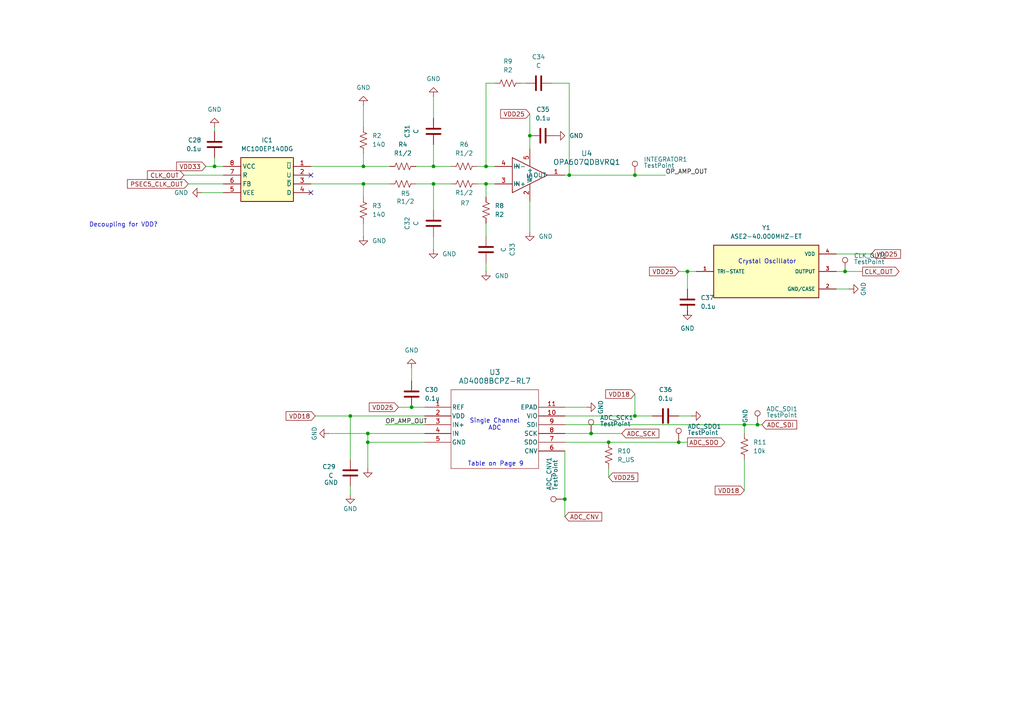
<source format=kicad_sch>
(kicad_sch (version 20231120) (generator "eeschema") (generator_version "8.0")
  (paper "A4")
  (lib_symbols
    (symbol "2024-09-19_16-57-49:OPA607QDBVRQ1" (pin_names (offset 0.254))
      (property "Reference" "U6" (at 26.67 3.7786 0))
      (property "Value" "OPA607QDBVRQ1" (at 26.67 1.2386 0))
      (symbol "OPA607QDBVRQ1_0_1"
        (polyline (pts (xy 5.08 -7.62) (xy 5.08 2.54)) (stroke (width 0.2032)))
        (polyline (pts (xy 5.08 -7.62) (xy 15.24 -2.54)) (stroke (width 0.2032)))
        (polyline (pts (xy 5.08 2.54) (xy 15.24 -2.54)) (stroke (width 0.2032)))
        (polyline (pts (xy 5.842 -5.08) (xy 6.858 -5.08)) (stroke (width 0.2032)))
        (polyline (pts (xy 5.842 0) (xy 6.858 0)) (stroke (width 0.2032)))
        (polyline (pts (xy 6.35 -4.572) (xy 6.35 -5.588)) (stroke (width 0.2032)))
        (pin unspecified line (at 20.32 -2.54 180) (length 5.08) (name "OUT") (number "1"))
        (pin power_in line (at 10.16 -10.16 90) (length 5.08) (name "VS-") (number "2"))
        (pin input line (at 0 -5.08 0) (length 5.08) (name "IN+") (number "3"))
        (pin tri_state line (at 0 0 0) (length 5.08) (name "IN-") (number "4"))
        (pin input line (at 10.16 5.08 270) (length 5.08) (name "VS+") (number "5"))
      )
    )
    (symbol "2024-10-12_17-30-36:AD4008BCPZ-RL7" (pin_names (offset 0.254))
      (property "Reference" "U7" (at 20.32 10.16 0))
      (property "Value" "AD4008BCPZ-RL7" (at 20.32 7.62 0))
      (symbol "AD4008BCPZ-RL7_0_1"
        (polyline (pts (xy 7.62 -17.78) (xy 33.02 -17.78)) (stroke (width 0.127)))
        (polyline (pts (xy 7.62 5.08) (xy 7.62 -17.78)) (stroke (width 0.127)))
        (polyline (pts (xy 33.02 -17.78) (xy 33.02 5.08)) (stroke (width 0.127)))
        (polyline (pts (xy 33.02 5.08) (xy 7.62 5.08)) (stroke (width 0.127)))
        (pin unspecified line (at 0 0 0) (length 7.62) (name "REF") (number "1"))
        (pin unspecified line (at 40.64 -2.54 180) (length 7.62) (name "VIO") (number "10"))
        (pin unspecified line (at 40.64 0 180) (length 7.62) (name "EPAD") (number "11"))
        (pin input line (at 0 -2.54 0) (length 7.62) (name "VDD") (number "2"))
        (pin input line (at 0 -5.08 0) (length 7.62) (name "IN+") (number "3"))
        (pin unspecified line (at 0 -7.62 0) (length 7.62) (name "IN") (number "4"))
        (pin power_out line (at 0 -10.16 0) (length 7.62) (name "GND") (number "5"))
        (pin unspecified line (at 40.64 -12.7 180) (length 7.62) (name "CNV") (number "6"))
        (pin unspecified line (at 40.64 -10.16 180) (length 7.62) (name "SDO") (number "7"))
        (pin unspecified line (at 40.64 -7.62 180) (length 7.62) (name "SCK") (number "8"))
        (pin unspecified line (at 40.64 -5.08 180) (length 7.62) (name "SDI") (number "9"))
      )
    )
    (symbol "ASE2-40.000MHZ-ET:ASE2-40.000MHZ-ET" (pin_names (offset 1.016))
      (property "Reference" "Y1" (at 0 12.7 0))
      (property "Value" "ASE2-40.000MHZ-ET" (at 0 10.16 0))
      (symbol "ASE2-40.000MHZ-ET_0_0"
        (rectangle (start -15.24 -7.62) (end 15.24 7.62) (stroke (width 0.254)) (fill (type background)))
        (pin passive line (at -20.32 0 0) (length 5.08) (name "TRI-STATE") (number "1"))
        (pin power_in line (at 20.32 -5.08 180) (length 5.08) (name "GND/CASE") (number "2"))
        (pin output line (at 20.32 0 180) (length 5.08) (name "OUTPUT") (number "3"))
        (pin input line (at 20.32 5.08 180) (length 5.08) (name "VDD") (number "4"))
      )
    )
    (symbol "Connector:TestPoint" (pin_numbers hide) (pin_names (offset 0.762) hide)
      (property "Reference" "TP" (at 0 6.858 0))
      (property "Value" "TestPoint" (at 0 5.08 0))
      (symbol "TestPoint_0_1"
        (circle (center 0 3.302) (radius 0.762))
      )
      (symbol "TestPoint_1_1"
        (pin passive line (at 0 0 90) (length 2.54) (name "1") (number "1"))
      )
    )
    (symbol "Device:C" (pin_numbers hide) (pin_names (offset 0.254))
      (property "Reference" "C" (at 0.635 2.54 0))
      (property "Value" "C" (at 0.635 -2.54 0))
      (symbol "C_0_1"
        (polyline (pts (xy -2.032 -0.762) (xy 2.032 -0.762)) (stroke (width 0.508)))
        (polyline (pts (xy -2.032 0.762) (xy 2.032 0.762)) (stroke (width 0.508)))
      )
      (symbol "C_1_1"
        (pin passive line (at 0 3.81 270) (length 2.794) (name "~") (number "1"))
        (pin passive line (at 0 -3.81 90) (length 2.794) (name "~") (number "2"))
      )
    )
    (symbol "Device:R_US" (pin_numbers hide) (pin_names (offset 0))
      (property "Reference" "R" (at 2.54 0 90))
      (property "Value" "R_US" (at -2.54 0 90))
      (symbol "R_US_0_1"
        (polyline (pts (xy 0 -2.286) (xy 0 -2.54)))
        (polyline (pts (xy 0 2.286) (xy 0 2.54)))
        (polyline (pts (xy 0 -0.762) (xy 1.016 -1.143) (xy 0 -1.524) (xy -1.016 -1.905) (xy 0 -2.286)))
        (polyline (pts (xy 0 0.762) (xy 1.016 0.381) (xy 0 0) (xy -1.016 -0.381) (xy 0 -0.762)))
        (polyline (pts (xy 0 2.286) (xy 1.016 1.905) (xy 0 1.524) (xy -1.016 1.143) (xy 0 0.762)))
      )
      (symbol "R_US_1_1"
        (pin passive line (at 0 3.81 270) (length 1.27) (name "~") (number "1"))
        (pin passive line (at 0 -3.81 90) (length 1.27) (name "~") (number "2"))
      )
    )
    (symbol "MC100EP140DG:MC100EP140DG"
      (property "Reference" "IC" (at 21.59 7.62 0))
      (property "Value" "MC100EP140DG" (at 21.59 5.08 0))
      (symbol "MC100EP140DG_1_1"
        (rectangle (start 5.08 2.54) (end 20.32 -10.16) (stroke (width 0.254)) (fill (type background)))
        (pin passive line (at 0 0 0) (length 5.08) (name "~{U}") (number "1"))
        (pin passive line (at 0 -2.54 0) (length 5.08) (name "U") (number "2"))
        (pin passive line (at 0 -5.08 0) (length 5.08) (name "~{D}") (number "3"))
        (pin passive line (at 0 -7.62 0) (length 5.08) (name "D") (number "4"))
        (pin passive line (at 25.4 -7.62 180) (length 5.08) (name "VEE") (number "5"))
        (pin passive line (at 25.4 -5.08 180) (length 5.08) (name "FB") (number "6"))
        (pin passive line (at 25.4 -2.54 180) (length 5.08) (name "R") (number "7"))
        (pin passive line (at 25.4 0 180) (length 5.08) (name "VCC") (number "8"))
      )
    )
    (symbol "power:GND" (power) (pin_numbers hide) (pin_names (offset 0) hide)
      (property "Value" "GND" (at 0 -3.81 0))
      (symbol "GND_0_1"
        (polyline (pts (xy 0 0) (xy 0 -1.27) (xy 1.27 -1.27) (xy 0 -2.54) (xy -1.27 -1.27) (xy 0 -1.27)))
      )
      (symbol "GND_1_1"
        (pin power_in line (at 0 0 270) (length 0) (name "~") (number "1"))
      )
    )
  )
  (junction (at 125.73 48.26))
  (junction (at 140.97 48.26))
  (junction (at 219.71 123.19))
  (junction (at 199.39 78.74))
  (junction (at 105.41 53.34))
  (junction (at 153.67 39.37))
  (junction (at 140.97 53.34))
  (junction (at 184.15 50.8))
  (junction (at 106.68 125.73))
  (junction (at 119.38 118.11))
  (junction (at 163.83 144.78))
  (junction (at 176.53 128.27))
  (junction (at 245.11 78.74))
  (junction (at 196.85 128.27))
  (junction (at 62.23 48.26))
  (junction (at 125.73 53.34))
  (junction (at 171.45 125.73))
  (junction (at 101.6 120.65))
  (junction (at 215.9 123.19))
  (junction (at 105.41 48.26))
  (junction (at 165.1 50.8))
  (junction (at 184.15 120.65))
  (junction (at 106.68 128.27))
  (no_connect (at 90.17 50.8))
  (no_connect (at 90.17 55.88))
  (wire (pts (xy 138.43 53.34) (xy 140.97 53.34)))
  (wire (pts (xy 105.41 64.77) (xy 105.41 68.58)))
  (wire (pts (xy 163.83 120.65) (xy 184.15 120.65)))
  (wire (pts (xy 163.83 125.73) (xy 171.45 125.73)))
  (wire (pts (xy 101.6 120.65) (xy 123.19 120.65)))
  (wire (pts (xy 105.41 44.45) (xy 105.41 48.26)))
  (wire (pts (xy 184.15 50.8) (xy 193.04 50.8)))
  (wire (pts (xy 215.9 123.19) (xy 219.71 123.19)))
  (wire (pts (xy 153.67 33.02) (xy 153.67 39.37)))
  (wire (pts (xy 62.23 48.26) (xy 59.69 48.26)))
  (wire (pts (xy 119.38 118.11) (xy 123.19 118.11)))
  (wire (pts (xy 199.39 78.74) (xy 201.93 78.74)))
  (wire (pts (xy 105.41 48.26) (xy 113.03 48.26)))
  (wire (pts (xy 54.61 53.34) (xy 64.77 53.34)))
  (wire (pts (xy 119.38 106.68) (xy 119.38 110.49)))
  (wire (pts (xy 120.65 53.34) (xy 125.73 53.34)))
  (wire (pts (xy 53.34 50.8) (xy 64.77 50.8)))
  (wire (pts (xy 242.57 73.66) (xy 252.73 73.66)))
  (wire (pts (xy 105.41 53.34) (xy 113.03 53.34)))
  (wire (pts (xy 199.39 83.82) (xy 199.39 78.74)))
  (wire (pts (xy 125.73 53.34) (xy 125.73 60.96)))
  (wire (pts (xy 95.25 125.73) (xy 106.68 125.73)))
  (wire (pts (xy 171.45 125.73) (xy 180.34 125.73)))
  (wire (pts (xy 62.23 45.72) (xy 62.23 48.26)))
  (wire (pts (xy 184.15 120.65) (xy 189.23 120.65)))
  (wire (pts (xy 163.83 50.8) (xy 165.1 50.8)))
  (wire (pts (xy 153.67 67.31) (xy 153.67 58.42)))
  (wire (pts (xy 106.68 128.27) (xy 106.68 135.89)))
  (wire (pts (xy 138.43 48.26) (xy 140.97 48.26)))
  (wire (pts (xy 196.85 120.65) (xy 200.66 120.65)))
  (wire (pts (xy 105.41 53.34) (xy 105.41 57.15)))
  (wire (pts (xy 163.83 128.27) (xy 176.53 128.27)))
  (wire (pts (xy 140.97 53.34) (xy 143.51 53.34)))
  (wire (pts (xy 140.97 76.2) (xy 140.97 78.74)))
  (wire (pts (xy 196.85 128.27) (xy 199.39 128.27)))
  (wire (pts (xy 215.9 133.35) (xy 215.9 142.24)))
  (wire (pts (xy 196.85 78.74) (xy 199.39 78.74)))
  (wire (pts (xy 125.73 68.58) (xy 125.73 72.39)))
  (wire (pts (xy 101.6 140.97) (xy 101.6 143.51)))
  (wire (pts (xy 115.57 118.11) (xy 119.38 118.11)))
  (wire (pts (xy 90.17 53.34) (xy 105.41 53.34)))
  (wire (pts (xy 106.68 128.27) (xy 123.19 128.27)))
  (wire (pts (xy 125.73 48.26) (xy 130.81 48.26)))
  (wire (pts (xy 125.73 53.34) (xy 130.81 53.34)))
  (wire (pts (xy 242.57 83.82) (xy 246.38 83.82)))
  (wire (pts (xy 91.44 120.65) (xy 101.6 120.65)))
  (wire (pts (xy 106.68 128.27) (xy 106.68 125.73)))
  (wire (pts (xy 176.53 135.89) (xy 176.53 138.43)))
  (wire (pts (xy 64.77 55.88) (xy 58.42 55.88)))
  (wire (pts (xy 125.73 41.91) (xy 125.73 48.26)))
  (wire (pts (xy 160.02 24.13) (xy 165.1 24.13)))
  (wire (pts (xy 163.83 144.78) (xy 163.83 130.81)))
  (wire (pts (xy 140.97 53.34) (xy 140.97 57.15)))
  (wire (pts (xy 125.73 27.94) (xy 125.73 34.29)))
  (wire (pts (xy 140.97 64.77) (xy 140.97 68.58)))
  (wire (pts (xy 62.23 36.83) (xy 62.23 38.1)))
  (wire (pts (xy 163.83 123.19) (xy 215.9 123.19)))
  (wire (pts (xy 184.15 114.3) (xy 184.15 120.65)))
  (wire (pts (xy 90.17 48.26) (xy 105.41 48.26)))
  (wire (pts (xy 215.9 125.73) (xy 215.9 123.19)))
  (wire (pts (xy 176.53 128.27) (xy 196.85 128.27)))
  (wire (pts (xy 120.65 48.26) (xy 125.73 48.26)))
  (wire (pts (xy 140.97 24.13) (xy 140.97 48.26)))
  (wire (pts (xy 111.76 123.19) (xy 123.19 123.19)))
  (wire (pts (xy 165.1 50.8) (xy 184.15 50.8)))
  (wire (pts (xy 199.39 91.44) (xy 199.39 90.17)))
  (wire (pts (xy 163.83 149.86) (xy 163.83 144.78)))
  (wire (pts (xy 106.68 125.73) (xy 123.19 125.73)))
  (wire (pts (xy 165.1 24.13) (xy 165.1 50.8)))
  (wire (pts (xy 242.57 78.74) (xy 245.11 78.74)))
  (wire (pts (xy 245.11 78.74) (xy 250.19 78.74)))
  (wire (pts (xy 140.97 48.26) (xy 143.51 48.26)))
  (wire (pts (xy 151.13 24.13) (xy 152.4 24.13)))
  (wire (pts (xy 153.67 39.37) (xy 153.67 43.18)))
  (wire (pts (xy 140.97 24.13) (xy 143.51 24.13)))
  (wire (pts (xy 101.6 120.65) (xy 101.6 133.35)))
  (wire (pts (xy 64.77 48.26) (xy 62.23 48.26)))
  (wire (pts (xy 105.41 30.48) (xy 105.41 36.83)))
  (wire (pts (xy 219.71 123.19) (xy 220.98 123.19)))
  (wire (pts (xy 163.83 118.11) (xy 170.18 118.11)))
  (text "Decoupling for VDD?" (at 35.814 65.278 0) (effects (font (size 1.27 1.27))))
  (text "Single Channel\nADC" (at 143.51 123.19 0) (effects (font (size 1.27 1.27))))
  (text "Table on Page 9" (at 143.764 134.62 0) (effects (font (size 1.27 1.27))))
  (text "Crystal Oscillator\n" (at 222.504 75.946 0) (effects (font (size 1.27 1.27))))
  (label "OP_AMP_OUT" (at 111.76 123.19 0))
  (label "OP_AMP_OUT" (at 193.04 50.8 0))
  (global_label "ADC_CNV" (shape input) (at 163.83 149.86 0) (property "Intersheetrefs" "${INTERSHEET_REFS}" (effects (hide yes))))
  (global_label "CLK_OUT" (shape output) (at 250.19 78.74 0) (property "Intersheetrefs" "${INTERSHEET_REFS}" (effects (hide yes))))
  (global_label "VDD25" (shape input) (at 153.67 33.02 180) (property "Intersheetrefs" "${INTERSHEET_REFS}" (effects (hide yes))))
  (global_label "VDD25" (shape input) (at 176.53 138.43 0) (property "Intersheetrefs" "${INTERSHEET_REFS}" (effects (hide yes))))
  (global_label "ADC_SDI" (shape input) (at 220.98 123.19 0) (property "Intersheetrefs" "${INTERSHEET_REFS}" (effects (hide yes))))
  (global_label "VDD25" (shape input) (at 115.57 118.11 180) (property "Intersheetrefs" "${INTERSHEET_REFS}" (effects (hide yes))))
  (global_label "ADC_SDO" (shape output) (at 199.39 128.27 0) (property "Intersheetrefs" "${INTERSHEET_REFS}" (effects (hide yes))))
  (global_label "VDD25" (shape input) (at 252.73 73.66 0) (property "Intersheetrefs" "${INTERSHEET_REFS}" (effects (hide yes))))
  (global_label "VDD18" (shape input) (at 184.15 114.3 180) (property "Intersheetrefs" "${INTERSHEET_REFS}" (effects (hide yes))))
  (global_label "VDD25" (shape input) (at 196.85 78.74 180) (property "Intersheetrefs" "${INTERSHEET_REFS}" (effects (hide yes))))
  (global_label "VDD18" (shape input) (at 91.44 120.65 180) (property "Intersheetrefs" "${INTERSHEET_REFS}" (effects (hide yes))))
  (global_label "VDD18" (shape input) (at 215.9 142.24 180) (property "Intersheetrefs" "${INTERSHEET_REFS}" (effects (hide yes))))
  (global_label "ADC_SCK" (shape input) (at 180.34 125.73 0) (property "Intersheetrefs" "${INTERSHEET_REFS}" (effects (hide yes))))
  (global_label "VDD33" (shape input) (at 59.69 48.26 180) (property "Intersheetrefs" "${INTERSHEET_REFS}" (effects (hide yes))))
  (global_label "CLK_OUT" (shape input) (at 53.34 50.8 180) (property "Intersheetrefs" "${INTERSHEET_REFS}" (effects (hide yes))))
  (global_label "PSEC5_CLK_OUT" (shape input) (at 54.61 53.34 180) (property "Intersheetrefs" "${INTERSHEET_REFS}" (effects (hide yes))))
  (symbol (lib_id "Device:R_US") (at 176.53 132.08 180) (unit 1)
    (property "Reference" "R10" (at 179.07 130.8099 0) (effects (justify right)))
    (property "Value" "R_US" (at 179.07 133.3499 0) (effects (justify right)))
    (property "Footprint" "Capacitor_SMD:C_0603_1608Metric" (effects (hide yes)))
    (property "Description" "Resistor, US symbol" (effects (hide yes)))
  )
  (symbol (lib_id "ASE2-40.000MHZ-ET:ASE2-40.000MHZ-ET") (at 222.25 78.74 0) (unit 1)
    (property "Reference" "Y1" (at 222.25 66.04 0))
    (property "Value" "ASE2-40.000MHZ-ET" (at 222.25 68.58 0))
    (property "Footprint" "ASE2_40_000MHZ_E_T:XTAL_ASE2-40.000MHZ-ET" (effects (hide yes)))
    (property "PARTREV" "08.06.14" (effects (hide yes)))
    (property "STANDARD" "Manufacturer Recommendations" (effects (hide yes)))
    (property "SNAPEDA_PN" "ASE2-40.000MHZ-ET" (effects (hide yes)))
    (property "MAXIMUM_PACKAGE_HEIGHT" "1.2 mm" (effects (hide yes)))
    (property "MANUFACTURER" "Abracon" (effects (hide yes)))
  )
  (symbol (lib_id "power:GND") (at 119.38 106.68 180) (unit 1)
    (property "Reference" "#PWR037" (effects (hide yes)))
    (property "Value" "GND" (at 119.38 101.6 0))
    (property "Description" "Power symbol creates a global label with name \"GND\" , ground" (effects (hide yes)))
  )
  (symbol (lib_id "Device:R_US") (at 147.32 24.13 270) (unit 1)
    (property "Reference" "R9" (at 147.32 17.78 90))
    (property "Value" "R2" (at 147.32 20.32 90))
    (property "Footprint" "Resistor_SMD:R_0603_1608Metric" (effects (hide yes)))
    (property "Description" "Resistor, US symbol" (effects (hide yes)))
  )
  (symbol (lib_id "power:GND") (at 106.68 135.89 0) (unit 1)
    (property "Reference" "#PWR036" (effects (hide yes)))
    (property "Value" "GND" (at 96.012 139.954 0))
    (property "Description" "Power symbol creates a global label with name \"GND\" , ground" (effects (hide yes)))
  )
  (symbol (lib_id "Device:C") (at 62.23 41.91 0) (mirror x) (unit 1)
    (property "Reference" "C28" (at 58.42 40.6399 0) (effects (justify right)))
    (property "Value" "0.1u" (at 58.42 43.1799 0) (effects (justify right)))
    (property "Footprint" "Capacitor_SMD:C_0603_1608Metric" (effects (hide yes)))
    (property "Description" "Unpolarized capacitor" (effects (hide yes)))
  )
  (symbol (lib_id "power:GND") (at 140.97 78.74 0) (unit 1)
    (property "Reference" "#PWR040" (effects (hide yes)))
    (property "Value" "GND" (at 143.51 80.0099 0) (effects (justify left)))
    (property "Description" "Power symbol creates a global label with name \"GND\" , ground" (effects (hide yes)))
  )
  (symbol (lib_id "power:GND") (at 105.41 30.48 180) (unit 1)
    (property "Reference" "#PWR034" (effects (hide yes)))
    (property "Value" "GND" (at 105.41 25.4 0))
    (property "Description" "Power symbol creates a global label with name \"GND\" , ground" (effects (hide yes)))
  )
  (symbol (lib_id "Connector:TestPoint") (at 163.83 144.78 90) (unit 1)
    (property "Reference" "ADC_CNV1" (at 159.2579 142.24 0) (effects (justify left)))
    (property "Value" "TestPoint" (at 161.036 142.24 0) (effects (justify left)))
    (property "Footprint" "TestPoint:TestPoint_THTPad_1.0x1.0mm_Drill0.5mm" (effects (hide yes)))
    (property "Description" "test point" (effects (hide yes)))
  )
  (symbol (lib_id "2024-10-12_17-30-36:AD4008BCPZ-RL7") (at 123.19 118.11 0) (unit 1)
    (property "Reference" "U3" (at 143.51 107.95 0) (effects (font (size 1.524 1.524))))
    (property "Value" "AD4008BCPZ-RL7" (at 143.51 110.49 0) (effects (font (size 1.524 1.524))))
    (property "Footprint" "AD4008BCPZ-RL7:CP_10_9_ADI" (effects (hide yes)))
    (property "Datasheet" "AD4008BCPZ-RL7" (effects (hide yes)))
  )
  (symbol (lib_id "power:GND") (at 101.6 143.51 0) (unit 1)
    (property "Reference" "#PWR033" (effects (hide yes)))
    (property "Value" "GND" (at 101.6 147.574 0))
    (property "Description" "Power symbol creates a global label with name \"GND\" , ground" (effects (hide yes)))
  )
  (symbol (lib_id "power:GND") (at 246.38 83.82 90) (unit 1)
    (property "Reference" "#PWR046" (effects (hide yes)))
    (property "Value" "GND" (at 250.444 83.82 0))
    (property "Description" "Power symbol creates a global label with name \"GND\" , ground" (effects (hide yes)))
  )
  (symbol (lib_id "Device:R_US") (at 116.84 48.26 270) (unit 1)
    (property "Reference" "R4" (at 116.84 41.91 90))
    (property "Value" "R1/2" (at 116.84 44.45 90))
    (property "Footprint" "Resistor_SMD:R_0603_1608Metric" (effects (hide yes)))
    (property "Description" "Resistor, US symbol" (effects (hide yes)))
  )
  (symbol (lib_id "power:GND") (at 161.29 39.37 90) (unit 1)
    (property "Reference" "#PWR042" (effects (hide yes)))
    (property "Value" "GND" (at 165.1 39.3699 90) (effects (justify right)))
    (property "Description" "Power symbol creates a global label with name \"GND\" , ground" (effects (hide yes)))
  )
  (symbol (lib_id "power:GND") (at 105.41 68.58 0) (unit 1)
    (property "Reference" "#PWR035" (effects (hide yes)))
    (property "Value" "GND" (at 107.95 69.8499 0) (effects (justify left)))
    (property "Description" "Power symbol creates a global label with name \"GND\" , ground" (effects (hide yes)))
  )
  (symbol (lib_id "power:GND") (at 170.18 118.11 90) (unit 1)
    (property "Reference" "#PWR043" (effects (hide yes)))
    (property "Value" "GND" (at 174.244 118.11 0))
    (property "Description" "Power symbol creates a global label with name \"GND\" , ground" (effects (hide yes)))
  )
  (symbol (lib_id "Device:R_US") (at 105.41 60.96 180) (unit 1)
    (property "Reference" "R3" (at 107.95 59.6899 0) (effects (justify right)))
    (property "Value" "140" (at 107.95 62.2299 0) (effects (justify right)))
    (property "Footprint" "Resistor_SMD:R_0603_1608Metric" (effects (hide yes)))
    (property "Description" "Resistor, US symbol" (effects (hide yes)))
  )
  (symbol (lib_id "Device:R_US") (at 116.84 53.34 270) (unit 1)
    (property "Reference" "R5" (at 117.602 56.134 90))
    (property "Value" "R1/2" (at 117.602 58.42 90))
    (property "Footprint" "Resistor_SMD:R_0603_1608Metric" (effects (hide yes)))
    (property "Description" "Resistor, US symbol" (effects (hide yes)))
  )
  (symbol (lib_id "Connector:TestPoint") (at 245.11 78.74 0) (unit 1)
    (property "Reference" "CLK_OUT1" (at 247.65 74.1679 0) (effects (justify left)))
    (property "Value" "TestPoint" (at 247.65 75.946 0) (effects (justify left)))
    (property "Footprint" "TestPoint:TestPoint_THTPad_1.0x1.0mm_Drill0.5mm" (effects (hide yes)))
    (property "Description" "test point" (effects (hide yes)))
  )
  (symbol (lib_id "Connector:TestPoint") (at 171.45 125.73 0) (unit 1)
    (property "Reference" "ADC_SCK1" (at 173.99 121.1579 0) (effects (justify left)))
    (property "Value" "TestPoint" (at 173.99 122.936 0) (effects (justify left)))
    (property "Footprint" "TestPoint:TestPoint_THTPad_1.0x1.0mm_Drill0.5mm" (effects (hide yes)))
    (property "Description" "test point" (effects (hide yes)))
  )
  (symbol (lib_id "Device:C") (at 157.48 39.37 270) (unit 1)
    (property "Reference" "C35" (at 157.48 31.75 90))
    (property "Value" "0.1u" (at 157.48 34.29 90))
    (property "Footprint" "Capacitor_SMD:C_0603_1608Metric" (effects (hide yes)))
    (property "Description" "Unpolarized capacitor" (effects (hide yes)))
  )
  (symbol (lib_id "Device:C") (at 193.04 120.65 270) (unit 1)
    (property "Reference" "C36" (at 193.04 113.03 90))
    (property "Value" "0.1u" (at 193.04 115.57 90))
    (property "Footprint" "Capacitor_SMD:C_0603_1608Metric" (effects (hide yes)))
    (property "Description" "Unpolarized capacitor" (effects (hide yes)))
  )
  (symbol (lib_id "Device:C") (at 101.6 137.16 0) (unit 1)
    (property "Reference" "C29" (at 93.472 135.382 0) (effects (justify left)))
    (property "Value" "C" (at 95.25 137.922 0) (effects (justify left)))
    (property "Footprint" "Capacitor_SMD:C_0603_1608Metric" (effects (hide yes)))
    (property "Description" "Unpolarized capacitor" (effects (hide yes)))
  )
  (symbol (lib_id "Device:C") (at 125.73 64.77 0) (unit 1)
    (property "Reference" "C32" (at 118.11 64.77 90))
    (property "Value" "C" (at 120.65 64.77 90))
    (property "Footprint" "Capacitor_SMD:C_0603_1608Metric" (effects (hide yes)))
    (property "Description" "Unpolarized capacitor" (effects (hide yes)))
  )
  (symbol (lib_id "Device:C") (at 125.73 38.1 0) (unit 1)
    (property "Reference" "C31" (at 118.11 38.1 90))
    (property "Value" "C" (at 120.65 38.1 90))
    (property "Footprint" "Capacitor_SMD:C_0603_1608Metric" (effects (hide yes)))
    (property "Description" "Unpolarized capacitor" (effects (hide yes)))
  )
  (symbol (lib_id "Device:C") (at 119.38 114.3 180) (unit 1)
    (property "Reference" "C30" (at 123.19 113.0299 0) (effects (justify right)))
    (property "Value" "0.1u" (at 123.19 115.5699 0) (effects (justify right)))
    (property "Footprint" "Capacitor_SMD:C_0603_1608Metric" (effects (hide yes)))
    (property "Description" "Unpolarized capacitor" (effects (hide yes)))
  )
  (symbol (lib_id "power:GND") (at 200.66 120.65 90) (unit 1)
    (property "Reference" "#PWR045" (effects (hide yes)))
    (property "Value" "GND" (at 216.154 120.65 0))
    (property "Description" "Power symbol creates a global label with name \"GND\" , ground" (effects (hide yes)))
  )
  (symbol (lib_id "Device:C") (at 156.21 24.13 270) (unit 1)
    (property "Reference" "C34" (at 156.21 16.51 90))
    (property "Value" "C" (at 156.21 19.05 90))
    (property "Footprint" "Capacitor_SMD:C_0603_1608Metric" (effects (hide yes)))
    (property "Description" "Unpolarized capacitor" (effects (hide yes)))
  )
  (symbol (lib_id "power:GND") (at 95.25 125.73 270) (unit 1)
    (property "Reference" "#PWR032" (effects (hide yes)))
    (property "Value" "GND" (at 91.186 125.73 0))
    (property "Description" "Power symbol creates a global label with name \"GND\" , ground" (effects (hide yes)))
  )
  (symbol (lib_id "MC100EP140DG:MC100EP140DG") (at 90.17 48.26 0) (mirror y) (unit 1)
    (property "Reference" "IC1" (at 77.47 40.64 0))
    (property "Value" "MC100EP140DG" (at 77.47 43.18 0))
    (property "Footprint" "Package_SO:SOIC-8_3.9x4.9mm_P1.27mm" (effects (hide yes)))
    (property "Datasheet" "https://componentsearchengine.com/Datasheets/2/MC100EP140DG.pdf" (effects (hide yes)))
    (property "Description" "MC100EP140DG, Phase Frequency Detector 2.1GHz 5 8-Pin SOIC" (effects (hide yes)))
    (property "Height" "1.75" (effects (hide yes)))
    (property "Mouser Part Number" "863-MC100EP140DG" (effects (hide yes)))
    (property "Mouser Price/Stock" "https://www.mouser.co.uk/ProductDetail/onsemi/MC100EP140DG?qs=zorda86t5M%2F2z7ITANN%252BMg%3D%3D" (effects (hide yes)))
    (property "Manufacturer_Name" "onsemi" (effects (hide yes)))
    (property "Manufacturer_Part_Number" "MC100EP140DG" (effects (hide yes)))
  )
  (symbol (lib_id "power:GND") (at 125.73 72.39 0) (unit 1)
    (property "Reference" "#PWR039" (effects (hide yes)))
    (property "Value" "GND" (at 128.27 73.6599 0) (effects (justify left)))
    (property "Description" "Power symbol creates a global label with name \"GND\" , ground" (effects (hide yes)))
  )
  (symbol (lib_id "Device:C") (at 140.97 72.39 180) (unit 1)
    (property "Reference" "C33" (at 148.59 72.39 90))
    (property "Value" "C" (at 146.05 72.39 90))
    (property "Footprint" "Capacitor_SMD:C_0603_1608Metric" (effects (hide yes)))
    (property "Description" "Unpolarized capacitor" (effects (hide yes)))
  )
  (symbol (lib_id "power:GND") (at 58.42 55.88 270) (mirror x) (unit 1)
    (property "Reference" "#PWR030" (effects (hide yes)))
    (property "Value" "GND" (at 54.61 55.8799 90) (effects (justify right)))
    (property "Description" "Power symbol creates a global label with name \"GND\" , ground" (effects (hide yes)))
  )
  (symbol (lib_id "Device:C") (at 199.39 87.63 180) (unit 1)
    (property "Reference" "C37" (at 203.2 86.3599 0) (effects (justify right)))
    (property "Value" "0.1u" (at 203.2 88.8999 0) (effects (justify right)))
    (property "Footprint" "Capacitor_SMD:C_0603_1608Metric" (effects (hide yes)))
    (property "Description" "Unpolarized capacitor" (effects (hide yes)))
  )
  (symbol (lib_id "Connector:TestPoint") (at 219.71 123.19 0) (unit 1)
    (property "Reference" "ADC_SDI1" (at 222.25 118.6179 0) (effects (justify left)))
    (property "Value" "TestPoint" (at 222.25 120.396 0) (effects (justify left)))
    (property "Footprint" "TestPoint:TestPoint_THTPad_1.0x1.0mm_Drill0.5mm" (effects (hide yes)))
    (property "Description" "test point" (effects (hide yes)))
  )
  (symbol (lib_id "Device:R_US") (at 134.62 48.26 270) (unit 1)
    (property "Reference" "R6" (at 134.62 41.91 90))
    (property "Value" "R1/2" (at 134.62 44.45 90))
    (property "Footprint" "Resistor_SMD:R_0603_1608Metric" (effects (hide yes)))
    (property "Description" "Resistor, US symbol" (effects (hide yes)))
  )
  (symbol (lib_id "Device:R_US") (at 140.97 60.96 180) (unit 1)
    (property "Reference" "R8" (at 143.51 59.6899 0) (effects (justify right)))
    (property "Value" "R2" (at 143.51 62.2299 0) (effects (justify right)))
    (property "Footprint" "Resistor_SMD:R_0603_1608Metric" (effects (hide yes)))
    (property "Description" "Resistor, US symbol" (effects (hide yes)))
  )
  (symbol (lib_id "power:GND") (at 153.67 67.31 0) (unit 1)
    (property "Reference" "#PWR041" (effects (hide yes)))
    (property "Value" "GND" (at 156.21 68.5799 0) (effects (justify left)))
    (property "Description" "Power symbol creates a global label with name \"GND\" , ground" (effects (hide yes)))
  )
  (symbol (lib_id "Device:R_US") (at 134.62 53.34 270) (unit 1)
    (property "Reference" "R7" (at 134.874 58.928 90))
    (property "Value" "R1/2" (at 134.62 55.88 90))
    (property "Footprint" "Resistor_SMD:R_0603_1608Metric" (effects (hide yes)))
    (property "Description" "Resistor, US symbol" (effects (hide yes)))
  )
  (symbol (lib_id "power:GND") (at 62.23 36.83 0) (mirror x) (unit 1)
    (property "Reference" "#PWR031" (effects (hide yes)))
    (property "Value" "GND" (at 62.23 31.75 0))
    (property "Description" "Power symbol creates a global label with name \"GND\" , ground" (effects (hide yes)))
  )
  (symbol (lib_id "Device:R_US") (at 215.9 129.54 180) (unit 1)
    (property "Reference" "R11" (at 218.44 128.2699 0) (effects (justify right)))
    (property "Value" "10k" (at 218.44 130.8099 0) (effects (justify right)))
    (property "Footprint" "Resistor_SMD:R_0603_1608Metric" (effects (hide yes)))
    (property "Description" "Resistor, US symbol" (effects (hide yes)))
  )
  (symbol (lib_id "power:GND") (at 125.73 27.94 180) (unit 1)
    (property "Reference" "#PWR038" (effects (hide yes)))
    (property "Value" "GND" (at 125.73 22.86 0))
    (property "Description" "Power symbol creates a global label with name \"GND\" , ground" (effects (hide yes)))
  )
  (symbol (lib_id "Connector:TestPoint") (at 196.85 128.27 0) (unit 1)
    (property "Reference" "ADC_SDO1" (at 199.39 123.6979 0) (effects (justify left)))
    (property "Value" "TestPoint" (at 199.39 125.476 0) (effects (justify left)))
    (property "Footprint" "TestPoint:TestPoint_THTPad_1.0x1.0mm_Drill0.5mm" (effects (hide yes)))
    (property "Description" "test point" (effects (hide yes)))
  )
  (symbol (lib_id "2024-09-19_16-57-49:OPA607QDBVRQ1") (at 143.51 48.26 0) (unit 1)
    (property "Reference" "U4" (at 170.18 44.4814 0) (effects (font (size 1.524 1.524))))
    (property "Value" "OPA607QDBVRQ1" (at 170.18 47.0214 0) (effects (font (size 1.524 1.524))))
    (property "Footprint" "footprints:DBV0005A-IPC_A" (effects (hide yes)))
    (property "Datasheet" "OPA607QDBVRQ1" (effects (hide yes)))
  )
  (symbol (lib_id "power:GND") (at 199.39 90.17 0) (unit 1)
    (property "Reference" "#PWR044" (effects (hide yes)))
    (property "Value" "GND" (at 199.39 95.25 0))
    (property "Description" "Power symbol creates a global label with name \"GND\" , ground" (effects (hide yes)))
  )
  (symbol (lib_id "Device:R_US") (at 105.41 40.64 0) (unit 1)
    (property "Reference" "R2" (at 107.95 39.3699 0) (effects (justify left)))
    (property "Value" "140" (at 107.95 41.9099 0) (effects (justify left)))
    (property "Footprint" "Resistor_SMD:R_0603_1608Metric" (effects (hide yes)))
    (property "Description" "Resistor, US symbol" (effects (hide yes)))
  )
  (symbol (lib_id "Connector:TestPoint") (at 184.15 50.8 0) (unit 1)
    (property "Reference" "INTEGRATOR1" (at 186.69 46.2279 0) (effects (justify left)))
    (property "Value" "TestPoint" (at 186.69 48.006 0) (effects (justify left)))
    (property "Footprint" "TestPoint:TestPoint_THTPad_1.0x1.0mm_Drill0.5mm" (effects (hide yes)))
    (property "Description" "test point" (effects (hide yes)))
  )
)
</source>
